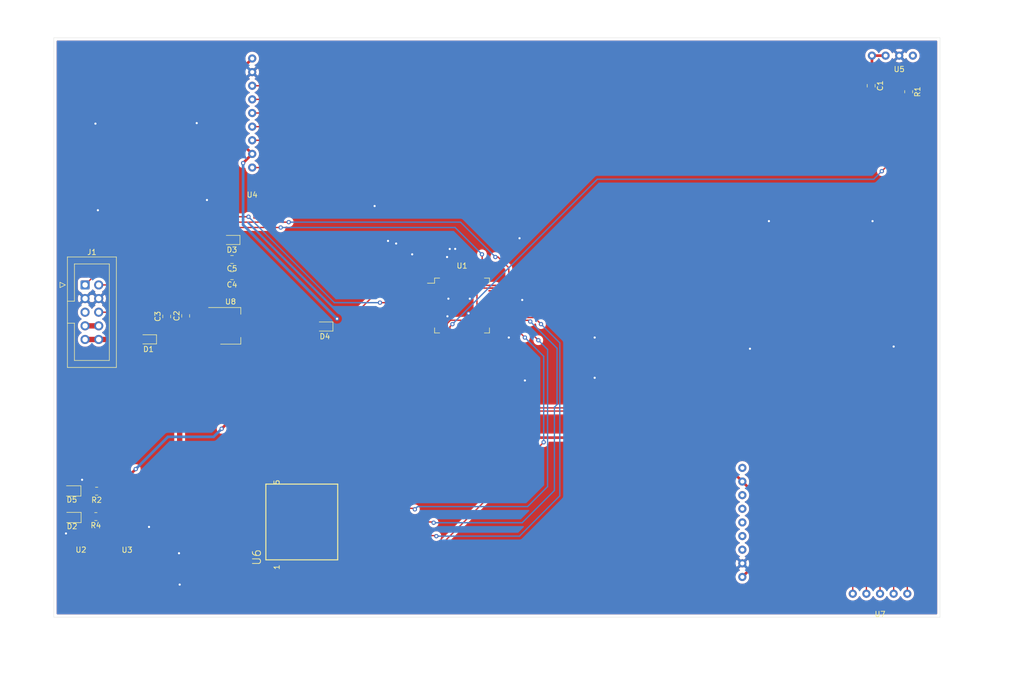
<source format=kicad_pcb>
(kicad_pcb (version 20171130) (host pcbnew 5.1.12-84ad8e8a86~92~ubuntu18.04.1)
  (layers (0 F.Cu signal) (31 B.Cu signal) (34 B.Paste user) (35 F.Paste user) (36 B.SilkS user) (37 F.SilkS user) (38 B.Mask user) (39 F.Mask user) (44 Edge.Cuts user))
  (net 0 "")
  (net 1 +5V)
  (net 2 GND)
  (net 3 +3.3V)
  (net 4 SPI1_MOSI)
  (net 5 SPI1_MISO)
  (net 6 SPI1_SCK)
  (net 7 SPI1_DCRS)
  (net 8 SPI1_RESET)
  (net 9 SPI1_CS)
  (net 10 "Net-(C1-Pad1)")
  (net 11 DAC_CH1_OUT)
  (net 12 SPI2_SD_MOSI)
  (net 13 SPI2_SD_MISO)
  (net 14 SPI2_SD_SCK)
  (net 15 SPI2_SD_CS)
  (net 16 Button5)
  (net 17 Button4)
  (net 18 Button3)
  (net 19 Button2)
  (net 20 Button1)
  (net 21 NRST)
  (net 22 U5V)
  (net 23 "Net-(D2-Pad2)")
  (net 24 V3.3IN)
  (net 25 SWCLK_IN)
  (net 26 SWDIO_IN)
  (net 27 "Net-(C2-Pad2)")
  (net 28 "Net-(C4-Pad1)")
  (net 29 "Net-(D5-Pad2)")
  (net 30 "Net-(J1-Pad5)")
  (net 31 "Net-(U1-Pad60)")
  (net 32 "Net-(U1-Pad59)")
  (net 33 "Net-(U1-Pad58)")
  (net 34 "Net-(U1-Pad54)")
  (net 35 "Net-(U1-Pad53)")
  (net 36 "Net-(U1-Pad52)")
  (net 37 "Net-(U1-Pad51)")
  (net 38 "Net-(U1-Pad50)")
  (net 39 "Net-(U1-Pad45)")
  (net 40 "Net-(U1-Pad44)")
  (net 41 "Net-(U1-Pad43)")
  (net 42 "Net-(U1-Pad42)")
  (net 43 "Net-(U1-Pad41)")
  (net 44 "Net-(U1-Pad40)")
  (net 45 "Net-(U1-Pad30)")
  (net 46 "Net-(U1-Pad28)")
  (net 47 "Net-(U1-Pad27)")
  (net 48 "Net-(U1-Pad26)")
  (net 49 "Net-(U1-Pad23)")
  (net 50 "Net-(U1-Pad22)")
  (net 51 "Net-(U1-Pad21)")
  (net 52 "Net-(U1-Pad17)")
  (net 53 "Net-(U1-Pad16)")
  (net 54 "Net-(U1-Pad15)")
  (net 55 "Net-(U1-Pad14)")
  (net 56 "Net-(U1-Pad11)")
  (net 57 "Net-(U1-Pad10)")
  (net 58 "Net-(U1-Pad9)")
  (net 59 "Net-(U1-Pad8)")
  (net 60 "Net-(U1-Pad6)")
  (net 61 "Net-(U1-Pad5)")
  (net 62 "Net-(U1-Pad4)")
  (net 63 "Net-(U1-Pad3)")
  (net 64 "Net-(U1-Pad2)")
  (net 65 "Net-(U5-Pad4)")
  (net 66 "Net-(U6-Pad15)")
  (net 67 "Net-(U6-Pad3)")
  (net 68 "Net-(U6-Pad4)")
  (net 69 "Net-(U6-Pad5)")
  (net 70 "Net-(U6-Pad6)")
  (net 71 "Net-(U6-Pad7)")
  (net 72 "Net-(U6-Pad9)")
  (module Resistor_SMD:R_0805_2012Metric_Pad1.20x1.40mm_HandSolder (layer F.Cu) (at 86.7128 141.6246 180)
    (fp_text reference R2 (at 0 -1.65) (layer F.SilkS))
    (fp_text value 1K)
    (fp_line (start -0.227064 -0.735) (end 0.227064 -0.735) (layer F.SilkS) (width 0.12))
    (fp_line (start -0.227064 0.735) (end 0.227064 0.735) (layer F.SilkS) (width 0.12))
    (pad 2 smd roundrect (at 1 0 180) (size 1.2 1.4) (layers F.Cu F.Paste F.Mask) (roundrect_rratio 0.208333) (net 29 "Net-(D5-Pad2)"))
    (pad 1 smd roundrect (at -1 0 180) (size 1.2 1.4) (layers F.Cu F.Paste F.Mask) (roundrect_rratio 0.208333) (net 3 +3.3V))
  )
  (module LED_SMD:LED_0805_2012Metric (layer F.Cu) (at 82.0928 141.5796 180)
    (fp_text reference D5 (at 0 -1.65) (layer F.SilkS))
    (fp_text value LED)
    (fp_line (start 1 -0.96) (end -1.685 -0.96) (layer F.SilkS) (width 0.12))
    (fp_line (start -1.685 -0.96) (end -1.685 0.96) (layer F.SilkS) (width 0.12))
    (fp_line (start -1.685 0.96) (end 1 0.96) (layer F.SilkS) (width 0.12))
    (pad 2 smd roundrect (at 0.9375 0 180) (size 0.975 1.4) (layers F.Cu F.Paste F.Mask) (net 29 "Net-(D5-Pad2)"))
    (pad 1 smd roundrect (at -0.9375 0 180) (size 0.975 1.4) (layers F.Cu F.Paste F.Mask) (net 2 GND))
  )
  (module Capacitor_SMD:C_0805_2012Metric_Pad1.18x1.45mm_HandSolder (layer F.Cu) (at 111.9284 98.463 180)
    (fp_text reference C5 (at 0 -1.68) (layer F.SilkS))
    (fp_text value C)
    (fp_line (start -0.261252 0.735) (end 0.261252 0.735) (layer F.SilkS) (width 0.12))
    (fp_line (start -0.261252 -0.735) (end 0.261252 -0.735) (layer F.SilkS) (width 0.12))
    (pad 2 smd roundrect (at 1.0375 0 180) (size 1.175 1.45) (layers F.Cu F.Paste F.Mask) (roundrect_rratio 0.212766) (net 27 "Net-(C2-Pad2)"))
    (pad 1 smd roundrect (at -1.0375 0 180) (size 1.175 1.45) (layers F.Cu F.Paste F.Mask) (roundrect_rratio 0.212766) (net 28 "Net-(C4-Pad1)"))
  )
  (module Capacitor_SMD:C_0805_2012Metric_Pad1.18x1.45mm_HandSolder (layer F.Cu) (at 111.9284 101.473 180)
    (fp_text reference C4 (at 0 -1.68) (layer F.SilkS))
    (fp_text value C)
    (fp_line (start -0.261252 0.735) (end 0.261252 0.735) (layer F.SilkS) (width 0.12))
    (fp_line (start -0.261252 -0.735) (end 0.261252 -0.735) (layer F.SilkS) (width 0.12))
    (pad 2 smd roundrect (at 1.0375 0 180) (size 1.175 1.45) (layers F.Cu F.Paste F.Mask) (roundrect_rratio 0.212766) (net 27 "Net-(C2-Pad2)"))
    (pad 1 smd roundrect (at -1.0375 0 180) (size 1.175 1.45) (layers F.Cu F.Paste F.Mask) (roundrect_rratio 0.212766) (net 28 "Net-(C4-Pad1)"))
  )
  (module Capacitor_SMD:C_0805_2012Metric_Pad1.18x1.45mm_HandSolder (layer F.Cu) (at 99.7712 109.0676 90)
    (fp_text reference C3 (at 0 -1.68 90) (layer F.SilkS))
    (fp_text value C)
    (fp_line (start -0.261252 0.735) (end 0.261252 0.735) (layer F.SilkS) (width 0.12))
    (fp_line (start -0.261252 -0.735) (end 0.261252 -0.735) (layer F.SilkS) (width 0.12))
    (pad 2 smd roundrect (at 1.0375 0 90) (size 1.175 1.45) (layers F.Cu F.Paste F.Mask) (roundrect_rratio 0.212766) (net 27 "Net-(C2-Pad2)"))
    (pad 1 smd roundrect (at -1.0375 0 90) (size 1.175 1.45) (layers F.Cu F.Paste F.Mask) (roundrect_rratio 0.212766) (net 1 +5V))
  )
  (module Capacitor_SMD:C_0805_2012Metric_Pad1.18x1.45mm_HandSolder (layer F.Cu) (at 103.3018 108.966 90)
    (fp_text reference C2 (at 0 -1.68 90) (layer F.SilkS))
    (fp_text value C)
    (fp_line (start -0.261252 0.735) (end 0.261252 0.735) (layer F.SilkS) (width 0.12))
    (fp_line (start -0.261252 -0.735) (end 0.261252 -0.735) (layer F.SilkS) (width 0.12))
    (pad 2 smd roundrect (at 1.0375 0 90) (size 1.175 1.45) (layers F.Cu F.Paste F.Mask) (roundrect_rratio 0.212766) (net 27 "Net-(C2-Pad2)"))
    (pad 1 smd roundrect (at -1.0375 0 90) (size 1.175 1.45) (layers F.Cu F.Paste F.Mask) (roundrect_rratio 0.212766) (net 1 +5V))
  )
  (module Package_TO_SOT_SMD:SOT-223-3_TabPin2 (layer F.Cu) (at 111.6584 110.8202)
    (fp_text reference U8 (at 0 -4.5) (layer F.SilkS))
    (fp_text value LD1117S33TR_SOT223)
    (fp_line (start -4.1 -3.41) (end 1.91 -3.41) (layer F.SilkS) (width 0.12))
    (fp_line (start -1.85 3.41) (end 1.91 3.41) (layer F.SilkS) (width 0.12))
    (fp_line (start 1.91 -3.41) (end 1.91 -2.15) (layer F.SilkS) (width 0.12))
    (fp_line (start 1.91 3.41) (end 1.91 2.15) (layer F.SilkS) (width 0.12))
    (pad 1 smd rect (at -3.15 -2.3) (size 2 1.5) (layers F.Cu F.Paste F.Mask) (net 27 "Net-(C2-Pad2)"))
    (pad 3 smd rect (at -3.15 2.3) (size 2 1.5) (layers F.Cu F.Paste F.Mask) (net 1 +5V))
    (pad 2 smd rect (at -3.15 0) (size 2 1.5) (layers F.Cu F.Paste F.Mask) (net 28 "Net-(C4-Pad1)"))
    (pad 2 smd rect (at 3.15 0) (size 2 3.8) (layers F.Cu F.Paste F.Mask) (net 28 "Net-(C4-Pad1)"))
  )
  (module Diode_SMD:D_SOD-323 (layer F.Cu) (at 129.2352 110.9472 180)
    (fp_text reference D4 (at 0 -1.85) (layer F.SilkS))
    (fp_text value BAT48JFILM)
    (fp_line (start -1.5 -0.85) (end 1.05 -0.85) (layer F.SilkS) (width 0.12))
    (fp_line (start -1.5 0.85) (end 1.05 0.85) (layer F.SilkS) (width 0.12))
    (fp_line (start -1.5 -0.85) (end -1.5 0.85) (layer F.SilkS) (width 0.12))
    (pad 2 smd rect (at 1.05 0 180) (size 0.6 0.45) (layers F.Cu F.Paste F.Mask) (net 28 "Net-(C4-Pad1)"))
    (pad 1 smd rect (at -1.05 0 180) (size 0.6 0.45) (layers F.Cu F.Paste F.Mask) (net 3 +3.3V))
  )
  (module Diode_SMD:D_SOD-323 (layer F.Cu) (at 111.9124 94.8182 180)
    (fp_text reference D3 (at 0 -1.85) (layer F.SilkS))
    (fp_text value BAT48JFILM)
    (fp_line (start -1.5 -0.85) (end 1.05 -0.85) (layer F.SilkS) (width 0.12))
    (fp_line (start -1.5 0.85) (end 1.05 0.85) (layer F.SilkS) (width 0.12))
    (fp_line (start -1.5 -0.85) (end -1.5 0.85) (layer F.SilkS) (width 0.12))
    (pad 2 smd rect (at 1.05 0 180) (size 0.6 0.45) (layers F.Cu F.Paste F.Mask) (net 27 "Net-(C2-Pad2)"))
    (pad 1 smd rect (at -1.05 0 180) (size 0.6 0.45) (layers F.Cu F.Paste F.Mask) (net 2 GND))
  )
  (module Diode_SMD:D_SOD-323 (layer F.Cu) (at 96.3676 113.3348 180)
    (fp_text reference D1 (at 0 -1.85) (layer F.SilkS))
    (fp_text value BAT48JFILM)
    (fp_line (start -1.5 -0.85) (end 1.05 -0.85) (layer F.SilkS) (width 0.12))
    (fp_line (start -1.5 0.85) (end 1.05 0.85) (layer F.SilkS) (width 0.12))
    (fp_line (start -1.5 -0.85) (end -1.5 0.85) (layer F.SilkS) (width 0.12))
    (pad 2 smd rect (at 1.05 0 180) (size 0.6 0.45) (layers F.Cu F.Paste F.Mask) (net 22 U5V))
    (pad 1 smd rect (at -1.05 0 180) (size 0.6 0.45) (layers F.Cu F.Paste F.Mask) (net 1 +5V))
  )
  (module Resistor_SMD:R_0805_2012Metric_Pad1.20x1.40mm_HandSolder (layer F.Cu) (at 237.998 67.2084 270)
    (fp_text reference R1 (at 0 -1.65 90) (layer F.SilkS))
    (fp_text value 1K)
    (fp_line (start -0.227064 0.735) (end 0.227064 0.735) (layer F.SilkS) (width 0.12))
    (fp_line (start -0.227064 -0.735) (end 0.227064 -0.735) (layer F.SilkS) (width 0.12))
    (pad 2 smd roundrect (at 1 0 270) (size 1.2 1.4) (layers F.Cu F.Paste F.Mask) (roundrect_rratio 0.208333) (net 11 DAC_CH1_OUT))
    (pad 1 smd roundrect (at -1 0 270) (size 1.2 1.4) (layers F.Cu F.Paste F.Mask) (roundrect_rratio 0.208333) (net 10 "Net-(C1-Pad1)"))
  )
  (module Capacitor_SMD:C_0805_2012Metric_Pad1.18x1.45mm_HandSolder (layer F.Cu) (at 231.013 66.0908 270)
    (fp_text reference C1 (at 0 -1.68 90) (layer F.SilkS))
    (fp_text value "0.1 uF")
    (fp_line (start -0.261252 0.735) (end 0.261252 0.735) (layer F.SilkS) (width 0.12))
    (fp_line (start -0.261252 -0.735) (end 0.261252 -0.735) (layer F.SilkS) (width 0.12))
    (pad 2 smd roundrect (at 1.0375 0 270) (size 1.175 1.45) (layers F.Cu F.Paste F.Mask) (roundrect_rratio 0.212766) (net 2 GND))
    (pad 1 smd roundrect (at -1.0375 0 270) (size 1.175 1.45) (layers F.Cu F.Paste F.Mask) (roundrect_rratio 0.212766) (net 10 "Net-(C1-Pad1)"))
  )
  (module Resistor_SMD:R_0805_2012Metric_Pad1.20x1.40mm_HandSolder (layer F.Cu) (at 86.5632 146.3548 180)
    (fp_text reference R4 (at 0 -1.65) (layer F.SilkS))
    (fp_text value 5.1K)
    (fp_line (start -0.227064 0.735) (end 0.227064 0.735) (layer F.SilkS) (width 0.12))
    (fp_line (start -0.227064 -0.735) (end 0.227064 -0.735) (layer F.SilkS) (width 0.12))
    (pad 2 smd roundrect (at 1 0 180) (size 1.2 1.4) (layers F.Cu F.Paste F.Mask) (roundrect_rratio 0.208333) (net 23 "Net-(D2-Pad2)"))
    (pad 1 smd roundrect (at -1 0 180) (size 1.2 1.4) (layers F.Cu F.Paste F.Mask) (roundrect_rratio 0.208333) (net 1 +5V))
  )
  (module LED_SMD:LED_0805_2012Metric (layer F.Cu) (at 82.1364 146.5304 180)
    (fp_text reference D2 (at 0 -1.65) (layer F.SilkS))
    (fp_text value LED)
    (fp_line (start -1.685 0.96) (end 1 0.96) (layer F.SilkS) (width 0.12))
    (fp_line (start -1.685 -0.96) (end -1.685 0.96) (layer F.SilkS) (width 0.12))
    (fp_line (start 1 -0.96) (end -1.685 -0.96) (layer F.SilkS) (width 0.12))
    (pad 2 smd roundrect (at 0.9375 0 180) (size 0.975 1.4) (layers F.Cu F.Paste F.Mask) (net 23 "Net-(D2-Pad2)"))
    (pad 1 smd roundrect (at -0.9375 0 180) (size 0.975 1.4) (layers F.Cu F.Paste F.Mask) (net 2 GND))
  )
  (module Connector_IDC:IDC-Header_2x05_P2.54mm_Vertical (layer F.Cu) (at 84.5566 103.2002)
    (fp_text reference J1 (at 1.27 -6.1) (layer F.SilkS))
    (fp_text value Conn_02x05_Odd_Even)
    (fp_line (start -4.68 0.5) (end -3.68 0) (layer F.SilkS) (width 0.12))
    (fp_line (start -4.68 -0.5) (end -4.68 0.5) (layer F.SilkS) (width 0.12))
    (fp_line (start -3.68 0) (end -4.68 -0.5) (layer F.SilkS) (width 0.12))
    (fp_line (start -1.98 7.13) (end -3.29 7.13) (layer F.SilkS) (width 0.12))
    (fp_line (start -1.98 7.13) (end -1.98 7.13) (layer F.SilkS) (width 0.12))
    (fp_line (start -1.98 14.07) (end -1.98 7.13) (layer F.SilkS) (width 0.12))
    (fp_line (start 4.52 14.07) (end -1.98 14.07) (layer F.SilkS) (width 0.12))
    (fp_line (start 4.52 -3.91) (end 4.52 14.07) (layer F.SilkS) (width 0.12))
    (fp_line (start -1.98 -3.91) (end 4.52 -3.91) (layer F.SilkS) (width 0.12))
    (fp_line (start -1.98 3.03) (end -1.98 -3.91) (layer F.SilkS) (width 0.12))
    (fp_line (start -3.29 3.03) (end -1.98 3.03) (layer F.SilkS) (width 0.12))
    (fp_line (start -3.29 15.37) (end -3.29 -5.21) (layer F.SilkS) (width 0.12))
    (fp_line (start 5.83 15.37) (end -3.29 15.37) (layer F.SilkS) (width 0.12))
    (fp_line (start 5.83 -5.21) (end 5.83 15.37) (layer F.SilkS) (width 0.12))
    (fp_line (start -3.29 -5.21) (end 5.83 -5.21) (layer F.SilkS) (width 0.12))
    (pad 10 thru_hole circle (at 2.54 10.16) (size 1.7 1.7) (drill 1) (layers *.Cu *.Mask) (net 22 U5V))
    (pad 8 thru_hole circle (at 2.54 7.62) (size 1.7 1.7) (drill 1) (layers *.Cu *.Mask) (net 24 V3.3IN))
    (pad 6 thru_hole circle (at 2.54 5.08) (size 1.7 1.7) (drill 1) (layers *.Cu *.Mask) (net 25 SWCLK_IN))
    (pad 4 thru_hole circle (at 2.54 2.54) (size 1.7 1.7) (drill 1) (layers *.Cu *.Mask) (net 2 GND))
    (pad 2 thru_hole circle (at 2.54 0) (size 1.7 1.7) (drill 1) (layers *.Cu *.Mask) (net 26 SWDIO_IN))
    (pad 9 thru_hole circle (at 0 10.16) (size 1.7 1.7) (drill 1) (layers *.Cu *.Mask) (net 22 U5V))
    (pad 7 thru_hole circle (at 0 7.62) (size 1.7 1.7) (drill 1) (layers *.Cu *.Mask) (net 24 V3.3IN))
    (pad 5 thru_hole circle (at 0 5.08) (size 1.7 1.7) (drill 1) (layers *.Cu *.Mask) (net 30 "Net-(J1-Pad5)"))
    (pad 3 thru_hole circle (at 0 2.54) (size 1.7 1.7) (drill 1) (layers *.Cu *.Mask) (net 2 GND))
    (pad 1 thru_hole roundrect (at 0 0) (size 1.7 1.7) (drill 1) (layers *.Cu *.Mask) (roundrect_rratio 0.147059) (net 21 NRST))
  )
  (module 362_miniproject:362_button_conn (layer F.Cu) (at 232.664 160.7312)
    (fp_text reference U7 (at 0 3.81) (layer F.SilkS))
    (fp_text value 362_button_conn)
    (pad 5 thru_hole circle (at 5.08 0) (size 1.524 1.524) (drill 0.762) (layers *.Cu *.Mask) (net 16 Button5))
    (pad 4 thru_hole circle (at 2.54 0) (size 1.524 1.524) (drill 0.762) (layers *.Cu *.Mask) (net 17 Button4))
    (pad 3 thru_hole circle (at 0 0) (size 1.524 1.524) (drill 0.762) (layers *.Cu *.Mask) (net 18 Button3))
    (pad 2 thru_hole circle (at -2.54 0) (size 1.524 1.524) (drill 0.762) (layers *.Cu *.Mask) (net 19 Button2))
    (pad 1 thru_hole circle (at -5.08 0) (size 1.524 1.524) (drill 0.762) (layers *.Cu *.Mask) (net 20 Button1))
  )
  (module 362_miniproject:362_spi1_conn (layer F.Cu) (at 115.697 71.1708)
    (fp_text reference U4 (at 0 15.24) (layer F.SilkS))
    (fp_text value 362_spi1_conn)
    (pad 9 thru_hole circle (at 0 10.16 270) (size 1.524 1.524) (drill 0.762) (layers *.Cu *.Mask) (net 5 SPI1_MISO))
    (pad 8 thru_hole circle (at 0 7.62 270) (size 1.524 1.524) (drill 0.762) (layers *.Cu *.Mask) (net 3 +3.3V))
    (pad 7 thru_hole circle (at 0 5.08 270) (size 1.524 1.524) (drill 0.762) (layers *.Cu *.Mask) (net 6 SPI1_SCK))
    (pad 6 thru_hole circle (at 0 2.54 270) (size 1.524 1.524) (drill 0.762) (layers *.Cu *.Mask) (net 4 SPI1_MOSI))
    (pad 5 thru_hole circle (at 0 0 270) (size 1.524 1.524) (drill 0.762) (layers *.Cu *.Mask) (net 7 SPI1_DCRS))
    (pad 4 thru_hole circle (at 0 -2.54 270) (size 1.524 1.524) (drill 0.762) (layers *.Cu *.Mask) (net 8 SPI1_RESET))
    (pad 3 thru_hole circle (at 0 -5.08 270) (size 1.524 1.524) (drill 0.762) (layers *.Cu *.Mask) (net 9 SPI1_CS))
    (pad 2 thru_hole circle (at 0 -7.62 270) (size 1.524 1.524) (drill 0.762) (layers *.Cu *.Mask) (net 2 GND))
    (pad 1 thru_hole circle (at 0 -10.16 270) (size 1.524 1.524) (drill 0.762) (layers *.Cu *.Mask) (net 3 +3.3V))
  )
  (module 362_miniproject:362_spi2_conn (layer F.Cu) (at 207.01 147.447 180)
    (fp_text reference U6 (at 90.46049 -6.4975 270) (layer F.SilkS) (effects (font (size 1.5 1.5))))
    (fp_text value 362_spi2_conn)
    (fp_line (start 88.77299 -6.96901) (end 75.38501 -6.96901) (layer F.SilkS) (width 0.2))
    (fp_line (start 75.38501 -6.96901) (end 75.38501 7.13901) (layer F.SilkS) (width 0.2))
    (fp_line (start 75.38501 7.13901) (end 88.77299 7.13901) (layer F.SilkS) (width 0.2))
    (fp_line (start 88.77299 7.13901) (end 88.77299 -6.96901) (layer F.SilkS) (width 0.2))
    (fp_text user 5 (at 86.732 7.48001 270) (layer F.SilkS))
    (fp_text user 1 (at 86.732 -8.33901 270) (layer F.SilkS))
    (pad 15 smd rect (at 87.367 5.165 90) (size 1.04 1.91) (layers F.Cu F.Paste) (net 66 "Net-(U6-Pad15)"))
    (pad 14 smd rect (at 87.367 2.625 90) (size 1.04 1.91) (layers F.Cu F.Paste) (net 14 SPI2_SD_SCK))
    (pad 13 smd rect (at 87.367 0.085 90) (size 1.04 1.91) (layers F.Cu F.Paste) (net 13 SPI2_SD_MISO))
    (pad 12 smd rect (at 87.367 -2.455 90) (size 1.04 1.91) (layers F.Cu F.Paste) (net 12 SPI2_SD_MOSI))
    (pad 11 smd rect (at 87.367 -4.995 90) (size 1.04 1.91) (layers F.Cu F.Paste) (net 15 SPI2_SD_CS))
    (pad 1 thru_hole circle (at 0 -10.16) (size 1.524 1.524) (drill 0.762) (layers *.Cu *.Mask) (net 3 +3.3V))
    (pad 2 thru_hole circle (at 0 -7.62) (size 1.524 1.524) (drill 0.762) (layers *.Cu *.Mask) (net 2 GND))
    (pad 3 thru_hole circle (at 0 -5.08) (size 1.524 1.524) (drill 0.762) (layers *.Cu *.Mask) (net 67 "Net-(U6-Pad3)"))
    (pad 4 thru_hole circle (at 0 -2.54) (size 1.524 1.524) (drill 0.762) (layers *.Cu *.Mask) (net 68 "Net-(U6-Pad4)"))
    (pad 5 thru_hole circle (at 0 0) (size 1.524 1.524) (drill 0.762) (layers *.Cu *.Mask) (net 69 "Net-(U6-Pad5)"))
    (pad 6 thru_hole circle (at 0 2.54) (size 1.524 1.524) (drill 0.762) (layers *.Cu *.Mask) (net 70 "Net-(U6-Pad6)"))
    (pad 7 thru_hole circle (at 0 5.08) (size 1.524 1.524) (drill 0.762) (layers *.Cu *.Mask) (net 71 "Net-(U6-Pad7)"))
    (pad 8 thru_hole circle (at 0 7.62) (size 1.524 1.524) (drill 0.762) (layers *.Cu *.Mask) (net 3 +3.3V))
    (pad 9 thru_hole circle (at 0 10.16) (size 1.524 1.524) (drill 0.762) (layers *.Cu *.Mask) (net 72 "Net-(U6-Pad9)"))
  )
  (module 362_miniproject:362_audiojack_conn (layer F.Cu) (at 236.238999 60.478999)
    (fp_text reference U5 (at 0 2.54) (layer F.SilkS))
    (fp_text value 362_audiojack_conn)
    (pad 4 thru_hole circle (at 2.54 0) (size 1.524 1.524) (drill 0.762) (layers *.Cu *.Mask) (net 65 "Net-(U5-Pad4)"))
    (pad 3 thru_hole circle (at 0 0) (size 1.524 1.524) (drill 0.762) (layers *.Cu *.Mask) (net 2 GND))
    (pad 2 thru_hole circle (at -2.54 0) (size 1.524 1.524) (drill 0.762) (layers *.Cu *.Mask) (net 10 "Net-(C1-Pad1)"))
    (pad 1 thru_hole circle (at -5.08 0) (size 1.524 1.524) (drill 0.762) (layers *.Cu *.Mask) (net 10 "Net-(C1-Pad1)"))
  )
  (module Connector_Wire:SolderWirePad_1x01_SMD_5x10mm (layer F.Cu) (at 92.3798 156.3878)
    (fp_text reference U3 (at 0 -3.81) (layer F.SilkS))
    (fp_text value solder_pad)
    (pad 1 smd rect (at 0 0) (size 5 10) (layers F.Cu F.Paste F.Mask) (net 2 GND))
  )
  (module Connector_Wire:SolderWirePad_1x01_SMD_5x10mm (layer F.Cu) (at 83.7946 156.3624)
    (fp_text reference U2 (at 0 -3.81) (layer F.SilkS))
    (fp_text value solder_pad)
    (pad 1 smd rect (at 0 0) (size 5 10) (layers F.Cu F.Paste F.Mask) (net 1 +5V))
  )
  (module Package_QFP:LQFP-64_10x10mm_P0.5mm (layer F.Cu) (at 154.7876 107.0356)
    (fp_text reference U1 (at 0 -7.4) (layer F.SilkS))
    (fp_text value STM32F091RCTx)
    (fp_line (start 4.16 5.11) (end 5.11 5.11) (layer F.SilkS) (width 0.12))
    (fp_line (start 5.11 5.11) (end 5.11 4.16) (layer F.SilkS) (width 0.12))
    (fp_line (start -4.16 5.11) (end -5.11 5.11) (layer F.SilkS) (width 0.12))
    (fp_line (start -5.11 5.11) (end -5.11 4.16) (layer F.SilkS) (width 0.12))
    (fp_line (start 4.16 -5.11) (end 5.11 -5.11) (layer F.SilkS) (width 0.12))
    (fp_line (start 5.11 -5.11) (end 5.11 -4.16) (layer F.SilkS) (width 0.12))
    (fp_line (start -4.16 -5.11) (end -5.11 -5.11) (layer F.SilkS) (width 0.12))
    (fp_line (start -5.11 -5.11) (end -5.11 -4.16) (layer F.SilkS) (width 0.12))
    (fp_line (start -5.11 -4.16) (end -6.45 -4.16) (layer F.SilkS) (width 0.12))
    (pad 64 smd roundrect (at -3.75 -5.675) (size 0.3 1.55) (layers F.Cu F.Paste F.Mask) (net 3 +3.3V))
    (pad 63 smd roundrect (at -3.25 -5.675) (size 0.3 1.55) (layers F.Cu F.Paste F.Mask) (net 2 GND))
    (pad 62 smd roundrect (at -2.75 -5.675) (size 0.3 1.55) (layers F.Cu F.Paste F.Mask) (net 8 SPI1_RESET))
    (pad 61 smd roundrect (at -2.25 -5.675) (size 0.3 1.55) (layers F.Cu F.Paste F.Mask) (net 9 SPI1_CS))
    (pad 60 smd roundrect (at -1.75 -5.675) (size 0.3 1.55) (layers F.Cu F.Paste F.Mask) (net 31 "Net-(U1-Pad60)"))
    (pad 59 smd roundrect (at -1.25 -5.675) (size 0.3 1.55) (layers F.Cu F.Paste F.Mask) (net 32 "Net-(U1-Pad59)"))
    (pad 58 smd roundrect (at -0.75 -5.675) (size 0.3 1.55) (layers F.Cu F.Paste F.Mask) (net 33 "Net-(U1-Pad58)"))
    (pad 57 smd roundrect (at -0.25 -5.675) (size 0.3 1.55) (layers F.Cu F.Paste F.Mask) (net 4 SPI1_MOSI))
    (pad 56 smd roundrect (at 0.25 -5.675) (size 0.3 1.55) (layers F.Cu F.Paste F.Mask) (net 5 SPI1_MISO))
    (pad 55 smd roundrect (at 0.75 -5.675) (size 0.3 1.55) (layers F.Cu F.Paste F.Mask) (net 6 SPI1_SCK))
    (pad 54 smd roundrect (at 1.25 -5.675) (size 0.3 1.55) (layers F.Cu F.Paste F.Mask) (net 34 "Net-(U1-Pad54)"))
    (pad 53 smd roundrect (at 1.75 -5.675) (size 0.3 1.55) (layers F.Cu F.Paste F.Mask) (net 35 "Net-(U1-Pad53)"))
    (pad 52 smd roundrect (at 2.25 -5.675) (size 0.3 1.55) (layers F.Cu F.Paste F.Mask) (net 36 "Net-(U1-Pad52)"))
    (pad 51 smd roundrect (at 2.75 -5.675) (size 0.3 1.55) (layers F.Cu F.Paste F.Mask) (net 37 "Net-(U1-Pad51)"))
    (pad 50 smd roundrect (at 3.25 -5.675) (size 0.3 1.55) (layers F.Cu F.Paste F.Mask) (net 38 "Net-(U1-Pad50)"))
    (pad 49 smd roundrect (at 3.75 -5.675) (size 0.3 1.55) (layers F.Cu F.Paste F.Mask) (net 25 SWCLK_IN))
    (pad 48 smd roundrect (at 5.675 -3.75) (size 1.55 0.3) (layers F.Cu F.Paste F.Mask) (net 3 +3.3V))
    (pad 47 smd roundrect (at 5.675 -3.25) (size 1.55 0.3) (layers F.Cu F.Paste F.Mask) (net 2 GND))
    (pad 46 smd roundrect (at 5.675 -2.75) (size 1.55 0.3) (layers F.Cu F.Paste F.Mask) (net 26 SWDIO_IN))
    (pad 45 smd roundrect (at 5.675 -2.25) (size 1.55 0.3) (layers F.Cu F.Paste F.Mask) (net 39 "Net-(U1-Pad45)"))
    (pad 44 smd roundrect (at 5.675 -1.75) (size 1.55 0.3) (layers F.Cu F.Paste F.Mask) (net 40 "Net-(U1-Pad44)"))
    (pad 43 smd roundrect (at 5.675 -1.25) (size 1.55 0.3) (layers F.Cu F.Paste F.Mask) (net 41 "Net-(U1-Pad43)"))
    (pad 42 smd roundrect (at 5.675 -0.75) (size 1.55 0.3) (layers F.Cu F.Paste F.Mask) (net 42 "Net-(U1-Pad42)"))
    (pad 41 smd roundrect (at 5.675 -0.25) (size 1.55 0.3) (layers F.Cu F.Paste F.Mask) (net 43 "Net-(U1-Pad41)"))
    (pad 40 smd roundrect (at 5.675 0.25) (size 1.55 0.3) (layers F.Cu F.Paste F.Mask) (net 44 "Net-(U1-Pad40)"))
    (pad 39 smd roundrect (at 5.675 0.75) (size 1.55 0.3) (layers F.Cu F.Paste F.Mask) (net 16 Button5))
    (pad 38 smd roundrect (at 5.675 1.25) (size 1.55 0.3) (layers F.Cu F.Paste F.Mask) (net 17 Button4))
    (pad 37 smd roundrect (at 5.675 1.75) (size 1.55 0.3) (layers F.Cu F.Paste F.Mask) (net 18 Button3))
    (pad 36 smd roundrect (at 5.675 2.25) (size 1.55 0.3) (layers F.Cu F.Paste F.Mask) (net 12 SPI2_SD_MOSI))
    (pad 35 smd roundrect (at 5.675 2.75) (size 1.55 0.3) (layers F.Cu F.Paste F.Mask) (net 13 SPI2_SD_MISO))
    (pad 34 smd roundrect (at 5.675 3.25) (size 1.55 0.3) (layers F.Cu F.Paste F.Mask) (net 14 SPI2_SD_SCK))
    (pad 33 smd roundrect (at 5.675 3.75) (size 1.55 0.3) (layers F.Cu F.Paste F.Mask) (net 15 SPI2_SD_CS))
    (pad 32 smd roundrect (at 3.75 5.675) (size 0.3 1.55) (layers F.Cu F.Paste F.Mask) (net 3 +3.3V))
    (pad 31 smd roundrect (at 3.25 5.675) (size 0.3 1.55) (layers F.Cu F.Paste F.Mask) (net 2 GND))
    (pad 30 smd roundrect (at 2.75 5.675) (size 0.3 1.55) (layers F.Cu F.Paste F.Mask) (net 45 "Net-(U1-Pad30)"))
    (pad 29 smd roundrect (at 2.25 5.675) (size 0.3 1.55) (layers F.Cu F.Paste F.Mask) (net 7 SPI1_DCRS))
    (pad 28 smd roundrect (at 1.75 5.675) (size 0.3 1.55) (layers F.Cu F.Paste F.Mask) (net 46 "Net-(U1-Pad28)"))
    (pad 27 smd roundrect (at 1.25 5.675) (size 0.3 1.55) (layers F.Cu F.Paste F.Mask) (net 47 "Net-(U1-Pad27)"))
    (pad 26 smd roundrect (at 0.75 5.675) (size 0.3 1.55) (layers F.Cu F.Paste F.Mask) (net 48 "Net-(U1-Pad26)"))
    (pad 25 smd roundrect (at 0.25 5.675) (size 0.3 1.55) (layers F.Cu F.Paste F.Mask) (net 19 Button2))
    (pad 24 smd roundrect (at -0.25 5.675) (size 0.3 1.55) (layers F.Cu F.Paste F.Mask) (net 20 Button1))
    (pad 23 smd roundrect (at -0.75 5.675) (size 0.3 1.55) (layers F.Cu F.Paste F.Mask) (net 49 "Net-(U1-Pad23)"))
    (pad 22 smd roundrect (at -1.25 5.675) (size 0.3 1.55) (layers F.Cu F.Paste F.Mask) (net 50 "Net-(U1-Pad22)"))
    (pad 21 smd roundrect (at -1.75 5.675) (size 0.3 1.55) (layers F.Cu F.Paste F.Mask) (net 51 "Net-(U1-Pad21)"))
    (pad 20 smd roundrect (at -2.25 5.675) (size 0.3 1.55) (layers F.Cu F.Paste F.Mask) (net 11 DAC_CH1_OUT))
    (pad 19 smd roundrect (at -2.75 5.675) (size 0.3 1.55) (layers F.Cu F.Paste F.Mask) (net 3 +3.3V))
    (pad 18 smd roundrect (at -3.25 5.675) (size 0.3 1.55) (layers F.Cu F.Paste F.Mask) (net 2 GND))
    (pad 17 smd roundrect (at -3.75 5.675) (size 0.3 1.55) (layers F.Cu F.Paste F.Mask) (net 52 "Net-(U1-Pad17)"))
    (pad 16 smd roundrect (at -5.675 3.75) (size 1.55 0.3) (layers F.Cu F.Paste F.Mask) (net 53 "Net-(U1-Pad16)"))
    (pad 15 smd roundrect (at -5.675 3.25) (size 1.55 0.3) (layers F.Cu F.Paste F.Mask) (net 54 "Net-(U1-Pad15)"))
    (pad 14 smd roundrect (at -5.675 2.75) (size 1.55 0.3) (layers F.Cu F.Paste F.Mask) (net 55 "Net-(U1-Pad14)"))
    (pad 13 smd roundrect (at -5.675 2.25) (size 1.55 0.3) (layers F.Cu F.Paste F.Mask) (net 3 +3.3V))
    (pad 12 smd roundrect (at -5.675 1.75) (size 1.55 0.3) (layers F.Cu F.Paste F.Mask) (net 2 GND))
    (pad 11 smd roundrect (at -5.675 1.25) (size 1.55 0.3) (layers F.Cu F.Paste F.Mask) (net 56 "Net-(U1-Pad11)"))
    (pad 10 smd roundrect (at -5.675 0.75) (size 1.55 0.3) (layers F.Cu F.Paste F.Mask) (net 57 "Net-(U1-Pad10)"))
    (pad 9 smd roundrect (at -5.675 0.25) (size 1.55 0.3) (layers F.Cu F.Paste F.Mask) (net 58 "Net-(U1-Pad9)"))
    (pad 8 smd roundrect (at -5.675 -0.25) (size 1.55 0.3) (layers F.Cu F.Paste F.Mask) (net 59 "Net-(U1-Pad8)"))
    (pad 7 smd roundrect (at -5.675 -0.75) (size 1.55 0.3) (layers F.Cu F.Paste F.Mask) (net 21 NRST))
    (pad 6 smd roundrect (at -5.675 -1.25) (size 1.55 0.3) (layers F.Cu F.Paste F.Mask) (net 60 "Net-(U1-Pad6)"))
    (pad 5 smd roundrect (at -5.675 -1.75) (size 1.55 0.3) (layers F.Cu F.Paste F.Mask) (net 61 "Net-(U1-Pad5)"))
    (pad 4 smd roundrect (at -5.675 -2.25) (size 1.55 0.3) (layers F.Cu F.Paste F.Mask) (net 62 "Net-(U1-Pad4)"))
    (pad 3 smd roundrect (at -5.675 -2.75) (size 1.55 0.3) (layers F.Cu F.Paste F.Mask) (net 63 "Net-(U1-Pad3)"))
    (pad 2 smd roundrect (at -5.675 -3.25) (size 1.55 0.3) (layers F.Cu F.Paste F.Mask) (net 64 "Net-(U1-Pad2)"))
    (pad 1 smd roundrect (at -5.675 -3.75) (size 1.55 0.3) (layers F.Cu F.Paste F.Mask) (net 3 +3.3V))
  )
  (gr_line (start 78.74 57.15) (end 78.74 59.69) (layer Edge.Cuts) (width 0.05))
  (gr_line (start 243.84 57.15) (end 78.74 57.15) (layer Edge.Cuts) (width 0.05))
  (gr_line (start 243.84 165.1) (end 243.84 57.15) (layer Edge.Cuts) (width 0.05))
  (gr_line (start 78.74 165.1) (end 243.84 165.1) (layer Edge.Cuts) (width 0.05))
  (gr_line (start 78.74 59.69) (end 78.74 165.1) (layer Edge.Cuts) (width 0.05))
  (segment (start 83.7946 156.3624) (end 83.7946 149.9616) (width 1) (layer F.Cu) (net 1))
  (segment (start 83.7946 149.9616) (end 85.1916 148.5646) (width 1) (layer F.Cu) (net 1))
  (segment (start 89.8144 148.5646) (end 102.1842 136.1948) (width 1) (layer F.Cu) (net 1))
  (segment (start 102.1842 136.1948) (end 102.1842 116.2304) (width 1) (layer F.Cu) (net 1))
  (segment (start 102.1842 116.2304) (end 102.1842 115.1382) (width 1) (layer F.Cu) (net 1))
  (segment (start 87.5632 148.5632) (end 87.5646 148.5646) (width 1) (layer F.Cu) (net 1))
  (segment (start 87.5632 146.3548) (end 87.5632 148.5632) (width 1) (layer F.Cu) (net 1))
  (segment (start 85.1916 148.5646) (end 87.5646 148.5646) (width 1) (layer F.Cu) (net 1))
  (segment (start 87.5646 148.5646) (end 89.8144 148.5646) (width 1) (layer F.Cu) (net 1))
  (via (at 96.4692 148.2852) (size 0.8) (drill 0.4) (layers F.Cu B.Cu) (net 2))
  (via (at 102.0572 153.1874) (size 0.8) (drill 0.4) (layers F.Cu B.Cu) (net 2))
  (via (at 102.1842 159.0294) (size 0.8) (drill 0.4) (layers F.Cu B.Cu) (net 2))
  (via (at 86.487 73.152) (size 0.8) (drill 0.4) (layers F.Cu B.Cu) (net 2))
  (via (at 105.3592 73.0504) (size 0.8) (drill 0.4) (layers F.Cu B.Cu) (net 2))
  (via (at 86.9442 89.281) (size 0.8) (drill 0.4) (layers F.Cu B.Cu) (net 2))
  (via (at 107.2642 87.376) (size 0.8) (drill 0.4) (layers F.Cu B.Cu) (net 2))
  (via (at 211.963 91.313) (size 0.8) (drill 0.4) (layers F.Cu B.Cu) (net 2))
  (via (at 231.267 91.313) (size 0.8) (drill 0.4) (layers F.Cu B.Cu) (net 2))
  (via (at 208.4324 115.0874) (size 0.8) (drill 0.4) (layers F.Cu B.Cu) (net 2))
  (via (at 235.204 114.681) (size 0.8) (drill 0.4) (layers F.Cu B.Cu) (net 2))
  (segment (start 151.51261 112.47281) (end 151.51261 110.89801) (width 0.25) (layer F.Cu) (net 2))
  (segment (start 151.5376 112.7106) (end 151.5376 112.4978) (width 0.25) (layer F.Cu) (net 2))
  (segment (start 151.5376 112.4978) (end 151.51261 112.47281) (width 0.25) (layer F.Cu) (net 2))
  (segment (start 151.5376 112.7106) (end 151.5376 115.5434) (width 0.25) (layer F.Cu) (net 2))
  (segment (start 158.0376 113.2598) (end 158.0388 113.261) (width 0.25) (layer F.Cu) (net 2))
  (segment (start 158.0376 112.7106) (end 158.0376 113.2598) (width 0.25) (layer F.Cu) (net 2))
  (segment (start 158.0376 112.7106) (end 158.0376 115.0354) (width 0.25) (layer F.Cu) (net 2))
  (segment (start 158.0376 112.5994) (end 158.0388 112.5982) (width 0.25) (layer F.Cu) (net 2))
  (segment (start 158.0376 112.7106) (end 158.0376 112.5994) (width 0.25) (layer F.Cu) (net 2))
  (via (at 152.2476 105.7656) (size 0.8) (drill 0.4) (layers F.Cu B.Cu) (net 2))
  (via (at 156.2354 105.7656) (size 0.8) (drill 0.4) (layers F.Cu B.Cu) (net 2))
  (via (at 152.0698 109.0422) (size 0.8) (drill 0.4) (layers F.Cu B.Cu) (net 2))
  (via (at 156 108.5) (size 0.8) (drill 0.4) (layers F.Cu B.Cu) (net 2))
  (segment (start 149.2224 108.7856) (end 149.225 108.7882) (width 0.25) (layer F.Cu) (net 2))
  (segment (start 149.1126 108.7856) (end 149.2224 108.7856) (width 0.25) (layer F.Cu) (net 2))
  (segment (start 149.225 108.7882) (end 151.1046 108.7882) (width 0.25) (layer F.Cu) (net 2))
  (segment (start 149.07561 108.81059) (end 147.11981 108.81059) (width 0.25) (layer F.Cu) (net 2))
  (segment (start 149.1126 108.7856) (end 149.1006 108.7856) (width 0.25) (layer F.Cu) (net 2))
  (segment (start 149.1006 108.7856) (end 149.07561 108.81059) (width 0.25) (layer F.Cu) (net 2))
  (segment (start 151.5376 101.4718) (end 151.5618 101.496) (width 0.25) (layer F.Cu) (net 2))
  (segment (start 151.5376 101.3606) (end 151.5376 101.4718) (width 0.25) (layer F.Cu) (net 2))
  (segment (start 151.5376 101.3606) (end 151.5376 103.8086) (width 0.25) (layer F.Cu) (net 2))
  (segment (start 160.4626 103.7856) (end 158.2408 103.7856) (width 0.25) (layer F.Cu) (net 2))
  (segment (start 160.5776 103.7856) (end 160.6018 103.8098) (width 0.25) (layer F.Cu) (net 2))
  (segment (start 160.4626 103.7856) (end 160.5776 103.7856) (width 0.25) (layer F.Cu) (net 2))
  (segment (start 160.63039 103.81059) (end 162.48459 103.81059) (width 0.25) (layer F.Cu) (net 2))
  (segment (start 160.4626 103.7856) (end 160.6054 103.7856) (width 0.25) (layer F.Cu) (net 2))
  (segment (start 160.6054 103.7856) (end 160.63039 103.81059) (width 0.25) (layer F.Cu) (net 2))
  (via (at 81 149.5) (size 0.8) (drill 0.4) (layers F.Cu B.Cu) (net 2))
  (via (at 84 139.5) (size 0.8) (drill 0.4) (layers F.Cu B.Cu) (net 2))
  (via (at 179.5 113) (size 0.8) (drill 0.4) (layers F.Cu B.Cu) (net 2))
  (via (at 179.5 120.5) (size 0.8) (drill 0.4) (layers F.Cu B.Cu) (net 2))
  (via (at 166.5 121) (size 0.8) (drill 0.4) (layers F.Cu B.Cu) (net 2))
  (segment (start 149.1126 109.2856) (end 135 109.2856) (width 0.25) (layer F.Cu) (net 3))
  (segment (start 149.13759 109.31059) (end 149.1126 109.2856) (width 0.25) (layer F.Cu) (net 3))
  (segment (start 150.5616 109.31059) (end 149.13759 109.31059) (width 0.25) (layer F.Cu) (net 3))
  (segment (start 152.0376 112.7106) (end 152.0376 110.78659) (width 0.25) (layer F.Cu) (net 3))
  (segment (start 152.0376 110.78659) (end 150.5616 109.31059) (width 0.25) (layer F.Cu) (net 3))
  (segment (start 152.0376 112.7106) (end 152.0376 111.869898) (width 0.25) (layer F.Cu) (net 3))
  (segment (start 158.5376 110.78419) (end 158.5376 112.7106) (width 0.25) (layer F.Cu) (net 3))
  (segment (start 160.4626 103.2856) (end 158.10439 103.2856) (width 0.25) (layer F.Cu) (net 3))
  (segment (start 158.10439 103.2856) (end 157.570001 103.819989) (width 0.25) (layer F.Cu) (net 3))
  (segment (start 149.1126 103.2856) (end 140.2144 103.2856) (width 0.25) (layer F.Cu) (net 3))
  (segment (start 140.2144 103.2856) (end 134.5 109) (width 0.25) (layer F.Cu) (net 3))
  (segment (start 151.0376 101.3606) (end 151.0376 102.9624) (width 0.25) (layer F.Cu) (net 3))
  (segment (start 150.7144 103.2856) (end 149.1126 103.2856) (width 0.25) (layer F.Cu) (net 3))
  (segment (start 151.0376 102.9624) (end 150.7144 103.2856) (width 0.25) (layer F.Cu) (net 3))
  (segment (start 157.528409 109.774999) (end 158.5376 110.78419) (width 0.25) (layer F.Cu) (net 3))
  (segment (start 152.651999 109.774999) (end 157.528409 109.774999) (width 0.25) (layer F.Cu) (net 3))
  (segment (start 152.0376 110.389398) (end 152.651999 109.774999) (width 0.25) (layer F.Cu) (net 3))
  (segment (start 152.0376 110.78659) (end 152.0376 110.389398) (width 0.25) (layer F.Cu) (net 3))
  (segment (start 157.570001 109.733407) (end 157.528409 109.774999) (width 0.25) (layer F.Cu) (net 3))
  (segment (start 157.570001 103.819989) (end 157.570001 109.733407) (width 0.25) (layer F.Cu) (net 3))
  (segment (start 198.832999 131.649999) (end 151.649999 131.649999) (width 0.5) (layer F.Cu) (net 3))
  (segment (start 207.01 139.827) (end 198.832999 131.649999) (width 0.5) (layer F.Cu) (net 3))
  (segment (start 151.649999 131.649999) (end 134.5 114.5) (width 0.5) (layer F.Cu) (net 3))
  (segment (start 207.01 139.827) (end 209.5 142.317) (width 0.5) (layer F.Cu) (net 3))
  (segment (start 209.5 155.117) (end 207.01 157.607) (width 0.5) (layer F.Cu) (net 3))
  (segment (start 209.5 142.317) (end 209.5 155.117) (width 0.5) (layer F.Cu) (net 3))
  (via (at 94 137.5) (size 0.8) (drill 0.4) (layers F.Cu B.Cu) (net 3))
  (segment (start 87.7128 141.6246) (end 89.8754 141.6246) (width 0.5) (layer F.Cu) (net 3))
  (segment (start 89.8754 141.6246) (end 94 137.5) (width 0.5) (layer F.Cu) (net 3))
  (segment (start 94 137.5) (end 100 131.5) (width 0.5) (layer B.Cu) (net 3))
  (via (at 110 130) (size 0.8) (drill 0.4) (layers F.Cu B.Cu) (net 3))
  (segment (start 100 131.5) (end 108.5 131.5) (width 0.5) (layer B.Cu) (net 3))
  (segment (start 108.5 131.5) (end 110 130) (width 0.5) (layer B.Cu) (net 3))
  (segment (start 110 130) (end 126 114) (width 0.5) (layer F.Cu) (net 3))
  (segment (start 126 114) (end 131 114) (width 0.5) (layer F.Cu) (net 3))
  (segment (start 115.697 61.0108) (end 113 63.7078) (width 0.5) (layer F.Cu) (net 3))
  (segment (start 113 76.0938) (end 115.697 78.7908) (width 0.5) (layer F.Cu) (net 3))
  (segment (start 113 63.7078) (end 113 76.0938) (width 0.5) (layer F.Cu) (net 3))
  (segment (start 115.697 78.7908) (end 114 80.4878) (width 0.5) (layer F.Cu) (net 3))
  (via (at 114 80.5) (size 0.8) (drill 0.4) (layers F.Cu B.Cu) (net 3))
  (segment (start 114 80.4878) (end 114 80.5) (width 0.5) (layer F.Cu) (net 3))
  (via (at 131.5 109.5) (size 0.8) (drill 0.4) (layers F.Cu B.Cu) (net 3))
  (segment (start 114 80.5) (end 114 92) (width 0.5) (layer B.Cu) (net 3))
  (segment (start 114 92) (end 131.5 109.5) (width 0.5) (layer B.Cu) (net 3))
  (via (at 145.5 97.5) (size 0.8) (drill 0.4) (layers F.Cu B.Cu) (net 4))
  (segment (start 145.5 97.401692) (end 145.5 97.5) (width 0.25) (layer F.Cu) (net 4))
  (segment (start 115.697 73.7108) (end 121.809108 73.7108) (width 0.25) (layer F.Cu) (net 4))
  (segment (start 121.809108 73.7108) (end 145.5 97.401692) (width 0.25) (layer F.Cu) (net 4))
  (via (at 152 98) (size 0.8) (drill 0.4) (layers F.Cu B.Cu) (net 4))
  (segment (start 145.5 97.5) (end 151.5 97.5) (width 0.25) (layer B.Cu) (net 4))
  (segment (start 151.5 97.5) (end 152 98) (width 0.25) (layer B.Cu) (net 4))
  (segment (start 154.5376 99.971915) (end 154.5376 101.3606) (width 0.25) (layer F.Cu) (net 4))
  (segment (start 152.565685 98) (end 154.5376 99.971915) (width 0.25) (layer F.Cu) (net 4))
  (segment (start 152 98) (end 152.565685 98) (width 0.25) (layer F.Cu) (net 4))
  (via (at 141 95) (size 0.8) (drill 0.4) (layers F.Cu B.Cu) (net 5))
  (segment (start 115.697 81.3308) (end 127.3308 81.3308) (width 0.25) (layer F.Cu) (net 5))
  (segment (start 127.3308 81.3308) (end 141 95) (width 0.25) (layer F.Cu) (net 5))
  (via (at 152.5 96.5) (size 0.8) (drill 0.4) (layers F.Cu B.Cu) (net 5))
  (segment (start 141 95) (end 142.5 96.5) (width 0.25) (layer B.Cu) (net 5))
  (segment (start 142.5 96.5) (end 152.5 96.5) (width 0.25) (layer B.Cu) (net 5))
  (segment (start 155.0376 99.0376) (end 155.0376 101.3606) (width 0.25) (layer F.Cu) (net 5))
  (segment (start 152.5 96.5) (end 155.0376 99.0376) (width 0.25) (layer F.Cu) (net 5))
  (via (at 142.512653 95.487347) (size 0.8) (drill 0.4) (layers F.Cu B.Cu) (net 6))
  (segment (start 115.697 76.2508) (end 123.276106 76.2508) (width 0.25) (layer F.Cu) (net 6))
  (segment (start 123.276106 76.2508) (end 142.512653 95.487347) (width 0.25) (layer F.Cu) (net 6))
  (segment (start 142.512653 95.487347) (end 152.512653 95.487347) (width 0.25) (layer B.Cu) (net 6))
  (via (at 153.512653 96.487347) (size 0.8) (drill 0.4) (layers F.Cu B.Cu) (net 6))
  (segment (start 152.512653 95.487347) (end 153.512653 96.487347) (width 0.25) (layer B.Cu) (net 6))
  (segment (start 155.5376 98.512294) (end 155.5376 101.3606) (width 0.25) (layer F.Cu) (net 6))
  (segment (start 153.512653 96.487347) (end 155.5376 98.512294) (width 0.25) (layer F.Cu) (net 6))
  (via (at 138.5 88.5) (size 0.8) (drill 0.4) (layers F.Cu B.Cu) (net 7))
  (segment (start 115.697 71.1708) (end 121.1708 71.1708) (width 0.25) (layer F.Cu) (net 7))
  (segment (start 121.1708 71.1708) (end 138.5 88.5) (width 0.25) (layer F.Cu) (net 7))
  (segment (start 138.5 88.5) (end 159.5 88.5) (width 0.25) (layer B.Cu) (net 7))
  (via (at 165.5 94.5) (size 0.8) (drill 0.4) (layers F.Cu B.Cu) (net 7))
  (segment (start 159.5 88.5) (end 165.5 94.5) (width 0.25) (layer B.Cu) (net 7))
  (via (at 166 106) (size 0.8) (drill 0.4) (layers F.Cu B.Cu) (net 7))
  (segment (start 165.5 94.5) (end 166 95) (width 0.25) (layer F.Cu) (net 7))
  (segment (start 166 95) (end 166 106) (width 0.25) (layer F.Cu) (net 7))
  (via (at 163.5 113) (size 0.8) (drill 0.4) (layers F.Cu B.Cu) (net 7))
  (segment (start 166 106) (end 166 110.5) (width 0.25) (layer B.Cu) (net 7))
  (segment (start 166 110.5) (end 163.5 113) (width 0.25) (layer B.Cu) (net 7))
  (segment (start 157.0376 116.0376) (end 157.0376 112.7106) (width 0.25) (layer F.Cu) (net 7))
  (segment (start 158 117) (end 157.0376 116.0376) (width 0.25) (layer F.Cu) (net 7))
  (segment (start 163.5 113) (end 159.5 117) (width 0.25) (layer F.Cu) (net 7))
  (segment (start 159.5 117) (end 158 117) (width 0.25) (layer F.Cu) (net 7))
  (segment (start 152.0376 100.519898) (end 152.0376 101.3606) (width 0.25) (layer F.Cu) (net 8))
  (segment (start 120.148502 68.6308) (end 152.0376 100.519898) (width 0.25) (layer F.Cu) (net 8))
  (segment (start 115.697 68.6308) (end 120.148502 68.6308) (width 0.25) (layer F.Cu) (net 8))
  (segment (start 118.89881 66.0908) (end 152.5376 99.72959) (width 0.25) (layer F.Cu) (net 9))
  (segment (start 152.5376 99.72959) (end 152.5376 101.3606) (width 0.25) (layer F.Cu) (net 9))
  (segment (start 115.697 66.0908) (end 118.89881 66.0908) (width 0.25) (layer F.Cu) (net 9))
  (segment (start 233.698999 60.478999) (end 231.158999 60.478999) (width 0.5) (layer F.Cu) (net 10))
  (segment (start 231.158999 64.907301) (end 231.013 65.0533) (width 0.5) (layer F.Cu) (net 10))
  (segment (start 231.158999 60.478999) (end 231.158999 64.907301) (width 0.5) (layer F.Cu) (net 10))
  (segment (start 232.1681 66.2084) (end 231.013 65.0533) (width 0.5) (layer F.Cu) (net 10))
  (segment (start 237.998 66.2084) (end 232.1681 66.2084) (width 0.5) (layer F.Cu) (net 10))
  (via (at 153 110.5) (size 0.8) (drill 0.4) (layers F.Cu B.Cu) (net 11))
  (segment (start 152.5376 112.7106) (end 152.5376 110.9624) (width 0.25) (layer F.Cu) (net 11))
  (segment (start 152.5376 110.9624) (end 153 110.5) (width 0.25) (layer F.Cu) (net 11))
  (segment (start 153 110.5) (end 180 83.5) (width 0.25) (layer B.Cu) (net 11))
  (via (at 233 82) (size 0.8) (drill 0.4) (layers F.Cu B.Cu) (net 11))
  (segment (start 180 83.5) (end 231.5 83.5) (width 0.25) (layer B.Cu) (net 11))
  (segment (start 231.5 83.5) (end 233 82) (width 0.25) (layer B.Cu) (net 11))
  (segment (start 237.998 77.002) (end 237.998 68.2084) (width 0.25) (layer F.Cu) (net 11))
  (segment (start 233 82) (end 237.998 77.002) (width 0.25) (layer F.Cu) (net 11))
  (via (at 150 150) (size 0.8) (drill 0.4) (layers F.Cu B.Cu) (net 12))
  (segment (start 119.643 149.902) (end 149.902 149.902) (width 0.25) (layer F.Cu) (net 12))
  (segment (start 149.902 149.902) (end 150 150) (width 0.25) (layer F.Cu) (net 12))
  (via (at 169.5 110.5) (size 0.8) (drill 0.4) (layers F.Cu B.Cu) (net 12))
  (segment (start 168.2856 109.2856) (end 160.4626 109.2856) (width 0.25) (layer F.Cu) (net 12))
  (segment (start 169.5 110.5) (end 168.2856 109.2856) (width 0.25) (layer F.Cu) (net 12))
  (segment (start 173 142.5) (end 173 114) (width 0.25) (layer B.Cu) (net 12))
  (segment (start 173 114) (end 169.5 110.5) (width 0.25) (layer B.Cu) (net 12))
  (segment (start 150 150) (end 165.5 150) (width 0.25) (layer B.Cu) (net 12))
  (segment (start 165.5 150) (end 173 142.5) (width 0.25) (layer B.Cu) (net 12))
  (via (at 167.5 110.0106) (size 0.8) (drill 0.4) (layers F.Cu B.Cu) (net 13))
  (segment (start 160.4626 109.7856) (end 167.275 109.7856) (width 0.25) (layer F.Cu) (net 13))
  (segment (start 167.275 109.7856) (end 167.5 110.0106) (width 0.25) (layer F.Cu) (net 13))
  (segment (start 167.5 110.0106) (end 172.4894 115) (width 0.25) (layer B.Cu) (net 13))
  (segment (start 172.4894 125.4894) (end 172 125.9788) (width 0.25) (layer B.Cu) (net 13))
  (segment (start 172.4894 115) (end 172.4894 125.4894) (width 0.25) (layer B.Cu) (net 13))
  (segment (start 172 125.9788) (end 172 141.5) (width 0.25) (layer B.Cu) (net 13))
  (segment (start 119.643 147.362) (end 142 147.362) (width 0.25) (layer F.Cu) (net 13))
  (via (at 149.5 147.5) (size 0.8) (drill 0.4) (layers F.Cu B.Cu) (net 13))
  (segment (start 142 147.362) (end 149.362 147.362) (width 0.25) (layer F.Cu) (net 13))
  (segment (start 149.362 147.362) (end 149.5 147.5) (width 0.25) (layer F.Cu) (net 13))
  (segment (start 149.5 147.5) (end 166 147.5) (width 0.25) (layer B.Cu) (net 13))
  (segment (start 166 147.5) (end 172 141.5) (width 0.25) (layer B.Cu) (net 13))
  (via (at 169 113.5) (size 0.8) (drill 0.4) (layers F.Cu B.Cu) (net 14))
  (segment (start 160.4626 110.2856) (end 165.7856 110.2856) (width 0.25) (layer F.Cu) (net 14))
  (segment (start 165.7856 110.2856) (end 169 113.5) (width 0.25) (layer F.Cu) (net 14))
  (segment (start 170.725001 115.225001) (end 170.725001 140.774999) (width 0.25) (layer B.Cu) (net 14))
  (segment (start 169 113.5) (end 170.725001 115.225001) (width 0.25) (layer B.Cu) (net 14))
  (segment (start 170.725001 140.774999) (end 167 144.5) (width 0.25) (layer B.Cu) (net 14))
  (via (at 146 145) (size 0.8) (drill 0.4) (layers F.Cu B.Cu) (net 14))
  (segment (start 119.643 144.822) (end 145.822 144.822) (width 0.25) (layer F.Cu) (net 14))
  (segment (start 145.822 144.822) (end 146 145) (width 0.25) (layer F.Cu) (net 14))
  (segment (start 146.5 144.5) (end 167 144.5) (width 0.25) (layer B.Cu) (net 14))
  (segment (start 146 145) (end 146.5 144.5) (width 0.25) (layer B.Cu) (net 14))
  (via (at 170 132.5) (size 0.8) (drill 0.4) (layers F.Cu B.Cu) (net 15))
  (segment (start 119.643 152.442) (end 150.058 152.442) (width 0.25) (layer F.Cu) (net 15))
  (segment (start 150.058 152.442) (end 170 132.5) (width 0.25) (layer F.Cu) (net 15))
  (segment (start 170 132.5) (end 170 117.5) (width 0.25) (layer B.Cu) (net 15))
  (via (at 166.5 113) (size 0.8) (drill 0.4) (layers F.Cu B.Cu) (net 15))
  (segment (start 170 117.5) (end 170 116.5) (width 0.25) (layer B.Cu) (net 15))
  (segment (start 170 116.5) (end 166.5 113) (width 0.25) (layer B.Cu) (net 15))
  (segment (start 164.2856 110.7856) (end 160.4626 110.7856) (width 0.25) (layer F.Cu) (net 15))
  (segment (start 166.5 113) (end 164.2856 110.7856) (width 0.25) (layer F.Cu) (net 15))
  (segment (start 194.50684 107.7856) (end 160.4626 107.7856) (width 0.25) (layer F.Cu) (net 16))
  (segment (start 237.744 151.02276) (end 194.50684 107.7856) (width 0.25) (layer F.Cu) (net 16))
  (segment (start 237.744 160.7312) (end 237.744 151.02276) (width 0.25) (layer F.Cu) (net 16))
  (segment (start 235.204 149.11917) (end 194.37043 108.2856) (width 0.25) (layer F.Cu) (net 17))
  (segment (start 194.37043 108.2856) (end 160.4626 108.2856) (width 0.25) (layer F.Cu) (net 17))
  (segment (start 235.204 160.7312) (end 235.204 149.11917) (width 0.25) (layer F.Cu) (net 17))
  (segment (start 194.23402 108.7856) (end 160.4626 108.7856) (width 0.25) (layer F.Cu) (net 18))
  (segment (start 232.664 147.21558) (end 194.23402 108.7856) (width 0.25) (layer F.Cu) (net 18))
  (segment (start 232.664 160.7312) (end 232.664 147.21558) (width 0.25) (layer F.Cu) (net 18))
  (segment (start 230.124 145.31199) (end 210.92301 126.111) (width 0.25) (layer F.Cu) (net 19))
  (segment (start 230.124 160.7312) (end 230.124 145.31199) (width 0.25) (layer F.Cu) (net 19))
  (segment (start 210.92301 126.111) (end 163.7792 126.111) (width 0.25) (layer F.Cu) (net 19))
  (segment (start 155.0376 117.3694) (end 155.0376 112.7106) (width 0.25) (layer F.Cu) (net 19))
  (segment (start 163.7792 126.111) (end 155.0376 117.3694) (width 0.25) (layer F.Cu) (net 19))
  (segment (start 154.5376 117.7076) (end 154.5376 112.7106) (width 0.25) (layer F.Cu) (net 20))
  (segment (start 163.5252 126.6952) (end 154.5376 117.7076) (width 0.25) (layer F.Cu) (net 20))
  (segment (start 210.8708 126.6952) (end 163.5252 126.6952) (width 0.25) (layer F.Cu) (net 20))
  (segment (start 227.584 160.7312) (end 227.584 143.4084) (width 0.25) (layer F.Cu) (net 20))
  (segment (start 227.584 143.4084) (end 210.8708 126.6952) (width 0.25) (layer F.Cu) (net 20))
  (via (at 115 90.5) (size 0.8) (drill 0.4) (layers F.Cu B.Cu) (net 21))
  (segment (start 84.5566 103.2002) (end 97.2568 90.5) (width 0.25) (layer F.Cu) (net 21))
  (segment (start 97.2568 90.5) (end 115 90.5) (width 0.25) (layer F.Cu) (net 21))
  (segment (start 115 90.5) (end 128 103.5) (width 0.25) (layer B.Cu) (net 21))
  (via (at 139.5 106.5) (size 0.8) (drill 0.4) (layers F.Cu B.Cu) (net 21))
  (segment (start 128 103.5) (end 131 106.5) (width 0.25) (layer B.Cu) (net 21))
  (segment (start 131 106.5) (end 139.5 106.5) (width 0.25) (layer B.Cu) (net 21))
  (segment (start 148.271898 106.2856) (end 149.1126 106.2856) (width 0.25) (layer F.Cu) (net 21))
  (segment (start 148.057498 106.5) (end 148.271898 106.2856) (width 0.25) (layer F.Cu) (net 21))
  (segment (start 139.5 106.5) (end 148.057498 106.5) (width 0.25) (layer F.Cu) (net 21))
  (segment (start 84.5566 113.3602) (end 87.0966 113.3602) (width 1) (layer F.Cu) (net 22))
  (segment (start 95.2922 113.3602) (end 95.3176 113.3348) (width 1) (layer F.Cu) (net 22))
  (segment (start 87.0966 113.3602) (end 95.2922 113.3602) (width 1) (layer F.Cu) (net 22))
  (segment (start 81.1989 146.5304) (end 81.1989 144.8011) (width 0.5) (layer F.Cu) (net 23))
  (segment (start 81.1989 144.8011) (end 81.5 144.5) (width 0.5) (layer F.Cu) (net 23))
  (segment (start 81.5 144.5) (end 85 144.5) (width 0.5) (layer F.Cu) (net 23))
  (segment (start 85.5632 145.0632) (end 85.5632 146.3548) (width 0.5) (layer F.Cu) (net 23))
  (segment (start 85 144.5) (end 85.5632 145.0632) (width 0.5) (layer F.Cu) (net 23))
  (segment (start 84.5566 110.8202) (end 87.0966 110.8202) (width 1) (layer F.Cu) (net 24))
  (segment (start 87.0966 108.2802) (end 95.2198 108.2802) (width 0.25) (layer F.Cu) (net 25))
  (segment (start 95.2198 108.2802) (end 111 92.5) (width 0.25) (layer F.Cu) (net 25))
  (segment (start 158.5376 100.519898) (end 158.5376 101.3606) (width 0.25) (layer F.Cu) (net 25))
  (via (at 121 92.5) (size 0.8) (drill 0.4) (layers F.Cu B.Cu) (net 25))
  (segment (start 111 92.5) (end 121 92.5) (width 0.25) (layer F.Cu) (net 25))
  (via (at 158.5 97.5) (size 0.8) (drill 0.4) (layers F.Cu B.Cu) (net 25))
  (segment (start 121 92.5) (end 153.5 92.5) (width 0.25) (layer B.Cu) (net 25))
  (segment (start 153.5 92.5) (end 158.5 97.5) (width 0.25) (layer B.Cu) (net 25))
  (segment (start 158.5376 97.5376) (end 158.5376 101.3606) (width 0.25) (layer F.Cu) (net 25))
  (segment (start 158.5 97.5) (end 158.5376 97.5376) (width 0.25) (layer F.Cu) (net 25))
  (segment (start 87.0966 103.2002) (end 98.7998 103.2002) (width 0.25) (layer F.Cu) (net 26))
  (segment (start 98.7998 103.2002) (end 110.5 91.5) (width 0.25) (layer F.Cu) (net 26))
  (segment (start 162.64599 104.2856) (end 163.5 103.43159) (width 0.25) (layer F.Cu) (net 26))
  (segment (start 160.4626 104.2856) (end 162.64599 104.2856) (width 0.25) (layer F.Cu) (net 26))
  (segment (start 163.5 103.43159) (end 163.5 100) (width 0.25) (layer F.Cu) (net 26))
  (via (at 161 98) (size 0.8) (drill 0.4) (layers F.Cu B.Cu) (net 26))
  (segment (start 163.5 100) (end 161.5 98) (width 0.25) (layer F.Cu) (net 26))
  (segment (start 161.5 98) (end 161 98) (width 0.25) (layer F.Cu) (net 26))
  (via (at 122.5 91.5) (size 0.8) (drill 0.4) (layers F.Cu B.Cu) (net 26))
  (segment (start 122.5 91.5) (end 110.5 91.5) (width 0.25) (layer F.Cu) (net 26))
  (segment (start 154.5 91.5) (end 122.5 91.5) (width 0.25) (layer B.Cu) (net 26))
  (segment (start 161 98) (end 154.5 91.5) (width 0.25) (layer B.Cu) (net 26))
  (segment (start 108.5084 103.8555) (end 110.8909 101.473) (width 0.5) (layer F.Cu) (net 27))
  (segment (start 108.5084 108.5202) (end 108.5084 103.8555) (width 0.5) (layer F.Cu) (net 27))
  (segment (start 107.9167 107.9285) (end 108.5084 108.5202) (width 0.5) (layer F.Cu) (net 27))
  (segment (start 103.3018 107.9285) (end 107.9167 107.9285) (width 0.5) (layer F.Cu) (net 27))
  (segment (start 99.8728 107.9285) (end 99.7712 108.0301) (width 0.5) (layer F.Cu) (net 27))
  (segment (start 103.3018 107.9285) (end 99.8728 107.9285) (width 0.5) (layer F.Cu) (net 27))
  (segment (start 110.8624 98.4345) (end 110.8909 98.463) (width 0.5) (layer F.Cu) (net 27))
  (segment (start 110.8624 94.8182) (end 110.8624 98.4345) (width 0.5) (layer F.Cu) (net 27))
  (segment (start 110.8909 98.463) (end 110.8909 101.473) (width 0.5) (layer F.Cu) (net 27))
  (segment (start 108.5084 110.8202) (end 114.8084 110.8202) (width 0.5) (layer F.Cu) (net 28))
  (segment (start 114.9354 110.9472) (end 114.8084 110.8202) (width 0.5) (layer F.Cu) (net 28))
  (segment (start 128.1852 110.9472) (end 114.9354 110.9472) (width 0.5) (layer F.Cu) (net 28))
  (segment (start 112.9659 98.463) (end 112.9659 101.473) (width 0.5) (layer F.Cu) (net 28))
  (segment (start 114.8084 103.3155) (end 112.9659 101.473) (width 0.5) (layer F.Cu) (net 28))
  (segment (start 114.8084 110.8202) (end 114.8084 103.3155) (width 0.5) (layer F.Cu) (net 28))
  (segment (start 81.1553 141.5796) (end 81.1553 139.3447) (width 0.5) (layer F.Cu) (net 29))
  (segment (start 81.1553 139.3447) (end 82 138.5) (width 0.5) (layer F.Cu) (net 29))
  (segment (start 85.7128 139.954798) (end 85.7128 141.6246) (width 0.5) (layer F.Cu) (net 29))
  (segment (start 84.258002 138.5) (end 85.7128 139.954798) (width 0.5) (layer F.Cu) (net 29))
  (segment (start 82 138.5) (end 84.258002 138.5) (width 0.5) (layer F.Cu) (net 29))
  (zone (net 2) (net_name GND) (layer F.Cu) (connect_pads (clearance 0.508)) (min_thickness 0.254) (fill yes (arc_segments 32) (thermal_gap 0.508) (thermal_bridge_width 0.508))
    (polygon (pts (xy 259.4864 178.1048) (xy 68.707 178.1048) (xy 68.707 53.213) (xy 259.4864 50.1142)))
  )
  (zone (net 2) (net_name GND) (layer B.Cu) (connect_pads (clearance 0.508)) (min_thickness 0.254) (fill yes (arc_segments 32) (thermal_gap 0.508) (thermal_bridge_width 0.508))
    (polygon (pts (xy 259.4864 178.1048) (xy 68.707 178.1048) (xy 68.707 53.213) (xy 259.4864 50.1142)))
  )
  (zone (net 1) (net_name +5V) (layer F.Cu) (connect_pads (clearance 0.508)) (min_thickness 0.254) (fill yes (arc_segments 32) (thermal_gap 0.508) (thermal_bridge_width 0.508))
    (polygon (pts (xy 105.7098 112.1086) (xy 110.6295 111.8914) (xy 110.5 116.2558) (xy 96.4438 116.2558) (xy 96.4438 109.1692) (xy 105.9688 109.1692)))
  )
  (zone (net 3) (net_name +3.3V) (layer F.Cu) (connect_pads (clearance 0.508)) (min_thickness 0.254) (fill yes (arc_segments 32) (thermal_gap 0.508) (thermal_bridge_width 0.508))
    (polygon (pts (xy 135.5 115.5) (xy 129 115.5) (xy 129 108) (xy 135.5 108)))
  )
)
</source>
